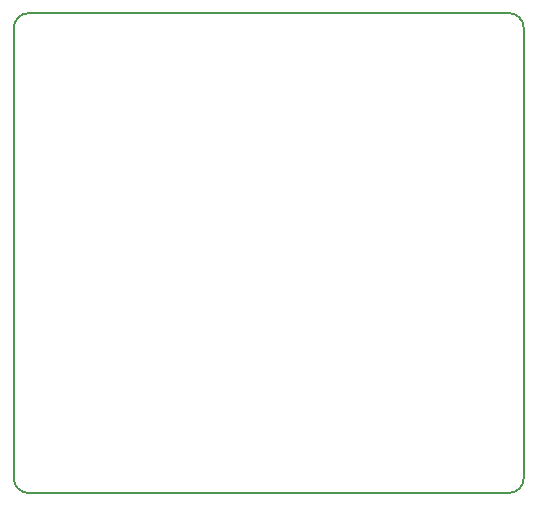
<source format=gbr>
%TF.GenerationSoftware,KiCad,Pcbnew,5.1.4*%
%TF.CreationDate,2019-10-29T20:04:43-05:00*%
%TF.ProjectId,pet_feeder,7065745f-6665-4656-9465-722e6b696361,rev?*%
%TF.SameCoordinates,Original*%
%TF.FileFunction,Profile,NP*%
%FSLAX46Y46*%
G04 Gerber Fmt 4.6, Leading zero omitted, Abs format (unit mm)*
G04 Created by KiCad (PCBNEW 5.1.4) date 2019-10-29 20:04:43*
%MOMM*%
%LPD*%
G04 APERTURE LIST*
%ADD10C,0.150000*%
G04 APERTURE END LIST*
D10*
X166370000Y-71120000D02*
X166370000Y-109220000D01*
X124460000Y-69850000D02*
X165100000Y-69850000D01*
X123190000Y-109220000D02*
X123190000Y-71120000D01*
X165100000Y-110490000D02*
X124460000Y-110490000D01*
X124460000Y-110490000D02*
G75*
G02X123190000Y-109220000I0J1270000D01*
G01*
X166370000Y-109220000D02*
G75*
G02X165100000Y-110490000I-1270000J0D01*
G01*
X165100000Y-69850000D02*
G75*
G02X166370000Y-71120000I0J-1270000D01*
G01*
X123190000Y-71120000D02*
G75*
G02X124460000Y-69850000I1270000J0D01*
G01*
M02*

</source>
